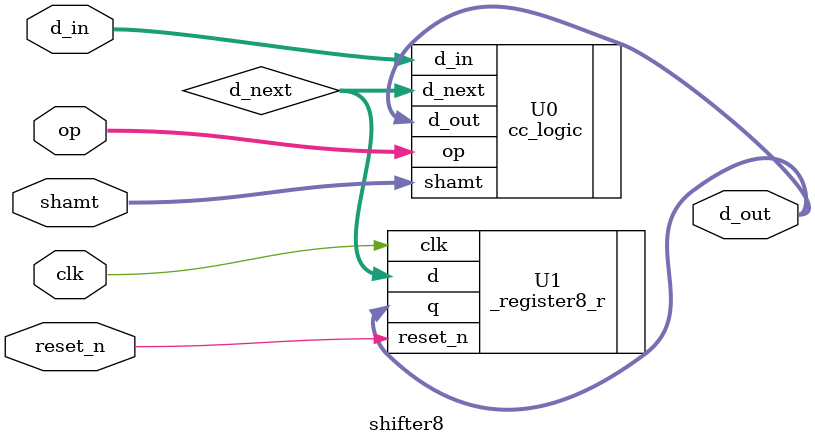
<source format=v>
module shifter8(clk, reset_n, op, shamt, d_in, d_out);
	input clk, reset_n;
	input [2:0] op;
	input [1:0] shamt; // shift amount
	input [7:0] d_in;
	output [7:0] d_out;
	
	wire[7:0] d_next;
	
	// instances of cc_logic and _register8_r
	cc_logic U0(.op(op), .shamt(shamt), .d_in(d_in), .d_out(d_out), .d_next(d_next));
	_register8_r U1(.clk(clk), .reset_n(reset_n), .d(d_next), .q(d_out));
	
endmodule
</source>
